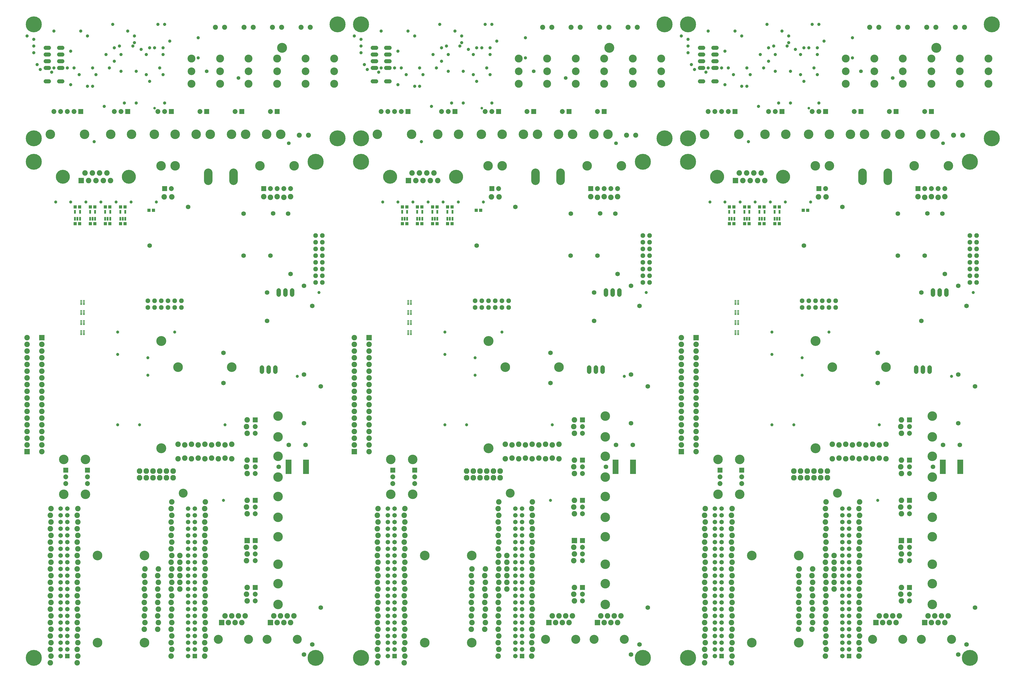
<source format=gbs>
G75*
G70*
%OFA0B0*%
%FSLAX25Y25*%
%IPPOS*%
%LPD*%
%AMOC8*
5,1,8,0,0,1.08239X$1,22.5*
%
%ADD117C,0.14400*%
%ADD12C,0.13300*%
%ADD120C,0.05950*%
%ADD123C,0.11750*%
%ADD124C,0.23800*%
%ADD125R,0.02770X0.01780*%
%ADD126C,0.14200*%
%ADD131R,0.06710X0.06710*%
%ADD132C,0.08200*%
%ADD138C,0.04760*%
%ADD14R,0.02970X0.05520*%
%ADD142C,0.13400*%
%ADD146C,0.04800*%
%ADD15C,0.05600*%
%ADD151C,0.03900*%
%ADD23R,0.05130X0.04740*%
%ADD31C,0.07300*%
%ADD34R,0.07300X0.07300*%
%ADD40OC8,0.06800*%
%ADD44C,0.04600*%
%ADD49R,0.04740X0.05130*%
%ADD58OC8,0.08200*%
%ADD64C,0.20800*%
%ADD72C,0.14800*%
%ADD73C,0.12610*%
%ADD75C,0.11430*%
%ADD81C,0.06800*%
%ADD82C,0.06710*%
%ADD83R,0.08200X0.08200*%
%ADD96C,0.07490*%
%ADD99R,0.08670X0.21670*%
X0030000Y0030000D02*
G75*
%LPD*%
D12*
X0267480Y0290510D03*
D131*
X0285000Y0047500D03*
X0095000Y0047500D03*
D82*
X0095000Y0057500D03*
X0095000Y0067500D03*
X0095000Y0077500D03*
X0095000Y0087500D03*
X0095000Y0097500D03*
X0095000Y0107500D03*
X0095000Y0117500D03*
X0095000Y0127500D03*
X0095000Y0137500D03*
X0095000Y0147500D03*
X0095000Y0157500D03*
X0095000Y0167500D03*
X0095000Y0177500D03*
X0095000Y0187500D03*
X0095000Y0197500D03*
X0095000Y0207500D03*
X0095000Y0217500D03*
X0095000Y0227500D03*
X0095000Y0237500D03*
X0095000Y0247500D03*
X0095000Y0257500D03*
X0095000Y0267500D03*
X0085000Y0267500D03*
X0085000Y0257500D03*
X0085000Y0247500D03*
X0085000Y0237500D03*
X0085000Y0227500D03*
X0085000Y0217500D03*
X0085000Y0207500D03*
X0085000Y0197500D03*
X0085000Y0187500D03*
X0085000Y0177500D03*
X0085000Y0167500D03*
X0085000Y0157500D03*
X0085000Y0147500D03*
X0085000Y0137500D03*
X0085000Y0127500D03*
X0085000Y0117500D03*
X0085000Y0107500D03*
X0085000Y0097500D03*
X0085000Y0087500D03*
X0085000Y0077500D03*
X0085000Y0067500D03*
X0085000Y0057500D03*
X0085000Y0047500D03*
X0275000Y0047500D03*
X0275000Y0057500D03*
X0275000Y0067500D03*
X0275000Y0077500D03*
X0275000Y0087500D03*
X0285000Y0087500D03*
X0285000Y0077500D03*
X0285000Y0067500D03*
X0285000Y0057500D03*
X0285000Y0097500D03*
X0285000Y0107500D03*
X0285000Y0117500D03*
X0285000Y0127500D03*
X0285000Y0137500D03*
X0285000Y0147500D03*
X0285000Y0157500D03*
X0285000Y0167500D03*
X0285000Y0177500D03*
X0285000Y0187500D03*
X0285000Y0197500D03*
X0285000Y0207500D03*
X0285000Y0217500D03*
X0285000Y0227500D03*
X0285000Y0237500D03*
X0285000Y0247500D03*
X0285000Y0257500D03*
X0285000Y0267500D03*
X0275000Y0267500D03*
X0275000Y0257500D03*
X0275000Y0247500D03*
X0275000Y0237500D03*
X0275000Y0227500D03*
X0275000Y0217500D03*
X0275000Y0207500D03*
X0275000Y0197500D03*
X0275000Y0187500D03*
X0275000Y0177500D03*
X0275000Y0167500D03*
X0275000Y0157500D03*
X0275000Y0147500D03*
X0275000Y0137500D03*
X0275000Y0127500D03*
X0275000Y0117500D03*
X0275000Y0107500D03*
X0275000Y0097500D03*
D132*
X0250500Y0097500D03*
X0249500Y0107500D03*
X0250500Y0117500D03*
X0249500Y0127500D03*
X0250500Y0137500D03*
X0249500Y0147500D03*
X0250500Y0157500D03*
X0249500Y0167500D03*
X0250500Y0177500D03*
X0249500Y0187500D03*
X0250500Y0197500D03*
X0249500Y0207500D03*
X0250500Y0217500D03*
X0249500Y0227500D03*
X0250500Y0237500D03*
X0249500Y0247500D03*
X0250500Y0257500D03*
X0249500Y0267500D03*
X0250500Y0277500D03*
X0260000Y0342000D03*
X0270000Y0343000D03*
X0280000Y0342000D03*
X0290000Y0343000D03*
X0300000Y0342000D03*
X0310000Y0343000D03*
X0320000Y0342000D03*
X0330000Y0343000D03*
X0340000Y0342000D03*
X0340000Y0363500D03*
X0330000Y0362500D03*
X0320000Y0363500D03*
X0310000Y0362500D03*
X0300000Y0363500D03*
X0290000Y0362500D03*
X0280000Y0363500D03*
X0270000Y0362500D03*
X0260000Y0363500D03*
X0300500Y0277500D03*
X0299500Y0267500D03*
X0300500Y0257500D03*
X0299500Y0247500D03*
X0300500Y0237500D03*
X0299500Y0227500D03*
X0300500Y0217500D03*
X0299500Y0207500D03*
X0300500Y0197500D03*
X0299500Y0187500D03*
X0300500Y0177500D03*
X0299500Y0167500D03*
X0300500Y0157500D03*
X0299500Y0147500D03*
X0300500Y0137500D03*
X0299500Y0127500D03*
X0300500Y0117500D03*
X0299500Y0107500D03*
X0300500Y0097500D03*
X0299500Y0087500D03*
X0300500Y0077500D03*
X0299500Y0067500D03*
X0300500Y0057500D03*
X0299500Y0047500D03*
X0335000Y0097500D03*
X0340000Y0107500D03*
X0345000Y0097500D03*
X0350000Y0107500D03*
X0355000Y0097500D03*
X0360000Y0107500D03*
X0363000Y0130000D03*
X0362000Y0140000D03*
X0363000Y0150000D03*
X0362000Y0190000D03*
X0363000Y0200000D03*
X0362000Y0210000D03*
X0363000Y0260000D03*
X0362000Y0270000D03*
X0363000Y0280000D03*
X0363000Y0320000D03*
X0362000Y0330000D03*
X0363000Y0340000D03*
X0363000Y0380000D03*
X0362000Y0390000D03*
X0363000Y0400000D03*
X0262500Y0197500D03*
X0262500Y0187500D03*
X0262500Y0177500D03*
X0262500Y0167500D03*
X0262500Y0157500D03*
X0262500Y0147500D03*
X0230500Y0137500D03*
X0229500Y0127500D03*
X0230500Y0117500D03*
X0229500Y0107500D03*
X0230500Y0097500D03*
X0229500Y0087500D03*
X0210500Y0097500D03*
X0209500Y0107500D03*
X0210500Y0117500D03*
X0209500Y0127500D03*
X0210500Y0137500D03*
X0209500Y0147500D03*
X0210500Y0157500D03*
X0209500Y0167500D03*
X0210500Y0177500D03*
X0229500Y0167500D03*
X0230500Y0157500D03*
X0229500Y0147500D03*
X0230500Y0177500D03*
X0249500Y0087500D03*
X0250500Y0077500D03*
X0249500Y0067500D03*
X0250500Y0057500D03*
X0249500Y0047500D03*
X0209500Y0087500D03*
X0110500Y0087500D03*
X0109500Y0077500D03*
X0110500Y0067500D03*
X0109500Y0057500D03*
X0110500Y0047500D03*
X0109500Y0037500D03*
X0109500Y0097500D03*
X0110500Y0107500D03*
X0109500Y0117500D03*
X0110500Y0127500D03*
X0109500Y0137500D03*
X0110500Y0147500D03*
X0109500Y0157500D03*
X0110500Y0167500D03*
X0109500Y0177500D03*
X0110500Y0187500D03*
X0109500Y0197500D03*
X0110500Y0207500D03*
X0109500Y0217500D03*
X0110500Y0227500D03*
X0109500Y0237500D03*
X0110500Y0247500D03*
X0109500Y0257500D03*
X0110500Y0267500D03*
X0070500Y0267500D03*
X0069500Y0257500D03*
X0070500Y0247500D03*
X0069500Y0237500D03*
X0070500Y0227500D03*
X0069500Y0217500D03*
X0070500Y0207500D03*
X0069500Y0197500D03*
X0070500Y0187500D03*
X0069500Y0177500D03*
X0070500Y0167500D03*
X0069500Y0157500D03*
X0070500Y0147500D03*
X0069500Y0137500D03*
X0070500Y0127500D03*
X0069500Y0117500D03*
X0070500Y0107500D03*
X0069500Y0097500D03*
X0070500Y0087500D03*
X0069500Y0077500D03*
X0070500Y0067500D03*
X0069500Y0057500D03*
X0070500Y0047500D03*
X0069500Y0037500D03*
X0057000Y0352500D03*
X0057000Y0362500D03*
X0057000Y0372500D03*
X0057000Y0382500D03*
X0057000Y0392500D03*
X0057000Y0402500D03*
X0057000Y0412500D03*
X0057000Y0422500D03*
X0057000Y0432500D03*
X0057000Y0442500D03*
X0057000Y0452500D03*
X0057000Y0462500D03*
X0057000Y0472500D03*
X0057000Y0482500D03*
X0057000Y0492500D03*
X0057000Y0502500D03*
X0057000Y0512500D03*
X0035000Y0512500D03*
X0035000Y0502500D03*
X0035000Y0492500D03*
X0035000Y0482500D03*
X0035000Y0472500D03*
X0035000Y0462500D03*
X0035000Y0452500D03*
X0035000Y0442500D03*
X0035000Y0432500D03*
X0035000Y0422500D03*
X0035000Y0412500D03*
X0035000Y0402500D03*
X0035000Y0392500D03*
X0035000Y0382500D03*
X0035000Y0372500D03*
X0035000Y0362500D03*
X0035000Y0522500D03*
X0126590Y0756910D03*
X0137500Y0756910D03*
X0148400Y0756910D03*
X0153840Y0768090D03*
X0142930Y0768090D03*
X0132060Y0768090D03*
X0121160Y0768090D03*
X0159310Y0756910D03*
X0239300Y0732500D03*
X0250700Y0732500D03*
X0387500Y0733000D03*
X0397500Y0732000D03*
X0407500Y0733000D03*
X0417500Y0732000D03*
X0427500Y0733000D03*
X0432500Y0107500D03*
X0427500Y0097500D03*
X0422500Y0107500D03*
X0417500Y0097500D03*
X0412500Y0107500D03*
X0407500Y0097500D03*
X0402500Y0107500D03*
X0330000Y0107500D03*
D117*
X0210000Y0067500D03*
X0140000Y0067500D03*
X0140000Y0197500D03*
X0210000Y0197500D03*
X0260000Y0478600D03*
X0340000Y0478600D03*
D124*
X0045000Y0045000D03*
X0465000Y0045000D03*
X0465000Y0785000D03*
X0045000Y0785000D03*
D83*
X0115690Y0756910D03*
X0057000Y0522500D03*
X0035000Y0352500D03*
X0325000Y0097500D03*
X0363000Y0220000D03*
X0397500Y0097500D03*
D64*
X0186710Y0762500D03*
X0088280Y0762500D03*
D49*
X0106650Y0692500D03*
X0113340Y0692500D03*
X0129150Y0692500D03*
X0135840Y0692500D03*
X0151650Y0692500D03*
X0158340Y0692500D03*
X0174150Y0692500D03*
X0180840Y0692500D03*
D14*
X0181240Y0699880D03*
X0177500Y0699880D03*
X0173760Y0699880D03*
X0173760Y0710120D03*
X0181240Y0710120D03*
X0158740Y0710120D03*
X0151260Y0710120D03*
X0151260Y0699880D03*
X0155000Y0699880D03*
X0158740Y0699880D03*
X0136240Y0699880D03*
X0132500Y0699880D03*
X0128760Y0699880D03*
X0128760Y0710120D03*
X0136240Y0710120D03*
X0113740Y0710120D03*
X0113740Y0699880D03*
X0110000Y0699880D03*
X0106260Y0699880D03*
X0106260Y0710120D03*
D34*
X0240000Y0745000D03*
X0387500Y0745000D03*
X0375000Y0400000D03*
X0375000Y0340000D03*
X0375000Y0280000D03*
X0375000Y0220000D03*
X0375000Y0150000D03*
X0125000Y0325000D03*
X0092500Y0325000D03*
D31*
X0092500Y0315000D03*
X0092500Y0305000D03*
X0125000Y0305000D03*
X0125000Y0315000D03*
X0375000Y0320000D03*
X0375000Y0330000D03*
X0375000Y0380000D03*
X0375000Y0390000D03*
X0375000Y0270000D03*
X0375000Y0260000D03*
X0375000Y0210000D03*
X0375000Y0200000D03*
X0375000Y0190000D03*
X0375000Y0140000D03*
X0375000Y0130000D03*
X0397500Y0745000D03*
X0407500Y0745000D03*
X0417500Y0745000D03*
X0427500Y0745000D03*
X0250000Y0745000D03*
D126*
X0255500Y0779000D03*
X0234500Y0779000D03*
X0382000Y0779000D03*
X0433000Y0779000D03*
X0409000Y0405500D03*
X0409000Y0374500D03*
X0409000Y0345500D03*
X0409000Y0314500D03*
X0409000Y0285500D03*
X0409000Y0254500D03*
X0409000Y0225500D03*
X0409000Y0184500D03*
X0409000Y0155500D03*
X0409000Y0124500D03*
X0122000Y0289000D03*
X0089500Y0289000D03*
X0089500Y0341000D03*
X0122000Y0341000D03*
D40*
X0215000Y0567500D03*
X0225000Y0567500D03*
X0235000Y0567500D03*
X0245000Y0567500D03*
X0255000Y0567500D03*
X0265000Y0567500D03*
X0265000Y0577500D03*
X0255000Y0577500D03*
X0245000Y0577500D03*
X0235000Y0577500D03*
X0225000Y0577500D03*
X0215000Y0577500D03*
X0465000Y0605000D03*
X0465000Y0615000D03*
X0465000Y0625000D03*
X0465000Y0635000D03*
X0465000Y0645000D03*
X0475000Y0645000D03*
X0475000Y0635000D03*
X0475000Y0625000D03*
X0475000Y0615000D03*
X0475000Y0605000D03*
X0475000Y0655000D03*
X0475000Y0665000D03*
X0475000Y0675000D03*
X0465000Y0675000D03*
X0465000Y0665000D03*
X0465000Y0655000D03*
D73*
X0342500Y0756590D02*
X0342500Y0768410D01*
X0305000Y0768410D02*
X0305000Y0756590D01*
D72*
X0235000Y0517500D03*
X0235000Y0357500D03*
D23*
X0223340Y0712500D03*
X0216650Y0712500D03*
X0180840Y0717500D03*
X0174150Y0717500D03*
X0158340Y0717500D03*
X0151650Y0717500D03*
X0135840Y0717500D03*
X0129150Y0717500D03*
X0113340Y0717500D03*
X0106650Y0717500D03*
D142*
X0320000Y0072500D03*
X0365000Y0072500D03*
X0392500Y0072500D03*
X0437500Y0072500D03*
D58*
X0252500Y0313500D03*
X0252500Y0323500D03*
X0242500Y0323500D03*
X0242500Y0313500D03*
X0232500Y0313500D03*
X0232500Y0323500D03*
X0222500Y0323500D03*
X0222500Y0313500D03*
X0212500Y0313500D03*
X0212500Y0323500D03*
X0202500Y0323500D03*
X0202500Y0313500D03*
D125*
X0119470Y0527050D03*
X0119470Y0529020D03*
X0119470Y0530980D03*
X0119470Y0532950D03*
X0115530Y0532950D03*
X0115530Y0530980D03*
X0115530Y0529020D03*
X0115530Y0527050D03*
X0115530Y0542050D03*
X0115530Y0544020D03*
X0115530Y0545980D03*
X0115530Y0547950D03*
X0119470Y0547950D03*
X0119470Y0545980D03*
X0119470Y0544020D03*
X0119470Y0542050D03*
X0119470Y0557050D03*
X0119470Y0559020D03*
X0119470Y0560980D03*
X0119470Y0562950D03*
X0115530Y0562950D03*
X0115530Y0560980D03*
X0115530Y0559020D03*
X0115530Y0557050D03*
X0115530Y0572050D03*
X0115530Y0574020D03*
X0115530Y0575980D03*
X0115530Y0577950D03*
X0119470Y0577950D03*
X0119470Y0575980D03*
X0119470Y0574020D03*
X0119470Y0572050D03*
D81*
X0385000Y0478000D02*
X0385000Y0472000D01*
X0395000Y0472000D02*
X0395000Y0478000D01*
X0405000Y0478000D02*
X0405000Y0472000D01*
X0410000Y0587000D02*
X0410000Y0593000D01*
X0420000Y0593000D02*
X0420000Y0587000D01*
X0430000Y0587000D02*
X0430000Y0593000D01*
D99*
X0424500Y0330000D03*
X0450490Y0330000D03*
D81*
X0450000Y0362500D03*
X0447500Y0395000D03*
X0425000Y0362500D03*
X0410000Y0330000D03*
X0472500Y0450000D03*
X0447500Y0467500D03*
X0392500Y0547500D03*
X0392500Y0590000D03*
X0397500Y0645000D03*
X0427500Y0617500D03*
X0447500Y0600000D03*
X0460000Y0570000D03*
X0424000Y0707500D03*
X0401500Y0707720D03*
X0357710Y0707500D03*
X0357500Y0645000D03*
X0327500Y0500000D03*
X0327500Y0455000D03*
X0217500Y0660000D03*
X0275000Y0717500D03*
X0472500Y0120000D03*
X0460000Y0065000D03*
X0447500Y0050000D03*
D44*
X0327500Y0280000D03*
X0330000Y0392500D03*
X0255000Y0531000D03*
X0215000Y0492500D03*
X0215000Y0466650D03*
X0170000Y0497500D03*
X0170000Y0531000D03*
X0170000Y0392500D03*
X0202500Y0392500D03*
X0190000Y0725000D03*
X0167500Y0725000D03*
X0145000Y0725000D03*
X0122500Y0725000D03*
X0100000Y0725000D03*
X0077500Y0725000D03*
X0227500Y0725000D03*
X0437500Y0465000D03*
X0470000Y0590000D03*
X0030000Y0805000D02*
G75*
%LPD*%
D34*
X0115000Y0860000D03*
X0185000Y0860000D03*
X0250000Y0860000D03*
X0302500Y0860000D03*
X0355000Y0860000D03*
X0407500Y0860000D03*
D31*
X0397500Y0860000D03*
X0345000Y0860000D03*
X0292500Y0860000D03*
X0240000Y0860000D03*
X0230000Y0860000D03*
X0175000Y0860000D03*
X0165000Y0860000D03*
X0105000Y0860000D03*
X0095000Y0860000D03*
X0085000Y0860000D03*
X0075000Y0860000D03*
D126*
X0069500Y0826000D03*
X0120500Y0826000D03*
X0159500Y0826000D03*
X0190500Y0826000D03*
X0224500Y0826000D03*
X0255500Y0826000D03*
X0287000Y0826000D03*
X0308000Y0826000D03*
X0339500Y0826000D03*
X0360500Y0826000D03*
X0392000Y0826000D03*
X0413000Y0826000D03*
D120*
X0087570Y0905000D02*
X0082430Y0905000D01*
X0067570Y0905000D02*
X0062430Y0905000D01*
X0062430Y0925000D02*
X0067570Y0925000D01*
X0082430Y0925000D02*
X0087570Y0925000D01*
X0087570Y0935000D02*
X0082430Y0935000D01*
X0067570Y0935000D02*
X0062430Y0935000D01*
X0062430Y0945000D02*
X0067570Y0945000D01*
X0082430Y0945000D02*
X0087570Y0945000D01*
X0087570Y0955000D02*
X0082430Y0955000D01*
X0067570Y0955000D02*
X0062430Y0955000D01*
D96*
X0315610Y0985390D03*
X0329390Y0985390D03*
X0358110Y0985390D03*
X0371890Y0985390D03*
X0400610Y0985390D03*
X0414390Y0985390D03*
X0443110Y0985390D03*
X0456890Y0985390D03*
X0454390Y0824610D03*
X0440610Y0824610D03*
D124*
X0045000Y0820000D03*
X0045000Y0990000D03*
X0497500Y0990000D03*
X0497500Y0820000D03*
D75*
X0492500Y0920000D03*
X0450000Y0920000D03*
X0407500Y0920000D03*
X0365000Y0920000D03*
X0322500Y0920000D03*
X0280000Y0920000D03*
D123*
X0280000Y0901100D03*
X0322500Y0901100D03*
X0365000Y0901100D03*
X0407500Y0901100D03*
X0450000Y0901100D03*
X0492500Y0901100D03*
X0492500Y0938900D03*
X0450000Y0938900D03*
X0407500Y0938900D03*
X0365000Y0938900D03*
X0322500Y0938900D03*
X0280000Y0938900D03*
D138*
X0237500Y0945000D03*
X0237500Y0955000D03*
X0225000Y0955000D03*
X0217500Y0955000D03*
X0205000Y0952500D03*
X0192500Y0957500D03*
X0195000Y0962500D03*
X0195000Y0972500D03*
X0185000Y0980000D03*
X0162500Y0990000D03*
X0125000Y0972500D03*
X0115000Y0980000D03*
X0075000Y0980000D03*
X0045000Y0967500D03*
X0035000Y0972500D03*
X0045000Y0957500D03*
X0045000Y0947500D03*
X0050000Y0930000D03*
X0054500Y0922500D03*
X0071500Y0918500D03*
X0075000Y0925000D03*
X0095000Y0925000D03*
X0105000Y0925000D03*
X0112500Y0915000D03*
X0132500Y0925000D03*
X0137500Y0915000D03*
X0157500Y0925000D03*
X0175000Y0920000D03*
X0197500Y0920000D03*
X0212500Y0915000D03*
X0217500Y0905000D03*
X0237500Y0915000D03*
X0232500Y0925000D03*
X0212500Y0945000D03*
X0175000Y0945000D03*
X0152500Y0945000D03*
X0165000Y0935000D03*
X0165000Y0955000D03*
X0172500Y0957500D03*
X0100000Y0950000D03*
X0100000Y0900000D03*
X0125000Y0897500D03*
X0132500Y0897500D03*
X0180000Y0872500D03*
X0197500Y0872500D03*
X0240000Y0872500D03*
X0150000Y0867500D03*
X0135000Y0815000D03*
X0247500Y0965000D03*
X0240000Y0990000D03*
X0230000Y0990000D03*
D146*
X0290000Y0970000D03*
X0290000Y0940000D03*
D72*
X0415000Y0955000D03*
D15*
X0350000Y0910000D03*
X0302500Y0920000D03*
X0425000Y0812500D03*
D151*
X0225000Y0865000D03*
X0517500Y0030000D02*
G75*
%LPD*%
D12*
X0754980Y0290510D03*
D131*
X0772500Y0047500D03*
X0582500Y0047500D03*
D82*
X0582500Y0057500D03*
X0582500Y0067500D03*
X0582500Y0077500D03*
X0582500Y0087500D03*
X0582500Y0097500D03*
X0582500Y0107500D03*
X0582500Y0117500D03*
X0582500Y0127500D03*
X0582500Y0137500D03*
X0582500Y0147500D03*
X0582500Y0157500D03*
X0582500Y0167500D03*
X0582500Y0177500D03*
X0582500Y0187500D03*
X0582500Y0197500D03*
X0582500Y0207500D03*
X0582500Y0217500D03*
X0582500Y0227500D03*
X0582500Y0237500D03*
X0582500Y0247500D03*
X0582500Y0257500D03*
X0582500Y0267500D03*
X0572500Y0267500D03*
X0572500Y0257500D03*
X0572500Y0247500D03*
X0572500Y0237500D03*
X0572500Y0227500D03*
X0572500Y0217500D03*
X0572500Y0207500D03*
X0572500Y0197500D03*
X0572500Y0187500D03*
X0572500Y0177500D03*
X0572500Y0167500D03*
X0572500Y0157500D03*
X0572500Y0147500D03*
X0572500Y0137500D03*
X0572500Y0127500D03*
X0572500Y0117500D03*
X0572500Y0107500D03*
X0572500Y0097500D03*
X0572500Y0087500D03*
X0572500Y0077500D03*
X0572500Y0067500D03*
X0572500Y0057500D03*
X0572500Y0047500D03*
X0762500Y0047500D03*
X0762500Y0057500D03*
X0762500Y0067500D03*
X0762500Y0077500D03*
X0762500Y0087500D03*
X0772500Y0087500D03*
X0772500Y0077500D03*
X0772500Y0067500D03*
X0772500Y0057500D03*
X0772500Y0097500D03*
X0772500Y0107500D03*
X0772500Y0117500D03*
X0772500Y0127500D03*
X0772500Y0137500D03*
X0772500Y0147500D03*
X0772500Y0157500D03*
X0772500Y0167500D03*
X0772500Y0177500D03*
X0772500Y0187500D03*
X0772500Y0197500D03*
X0772500Y0207500D03*
X0772500Y0217500D03*
X0772500Y0227500D03*
X0772500Y0237500D03*
X0772500Y0247500D03*
X0772500Y0257500D03*
X0772500Y0267500D03*
X0762500Y0267500D03*
X0762500Y0257500D03*
X0762500Y0247500D03*
X0762500Y0237500D03*
X0762500Y0227500D03*
X0762500Y0217500D03*
X0762500Y0207500D03*
X0762500Y0197500D03*
X0762500Y0187500D03*
X0762500Y0177500D03*
X0762500Y0167500D03*
X0762500Y0157500D03*
X0762500Y0147500D03*
X0762500Y0137500D03*
X0762500Y0127500D03*
X0762500Y0117500D03*
X0762500Y0107500D03*
X0762500Y0097500D03*
D132*
X0738000Y0097500D03*
X0737000Y0107500D03*
X0738000Y0117500D03*
X0737000Y0127500D03*
X0738000Y0137500D03*
X0737000Y0147500D03*
X0738000Y0157500D03*
X0737000Y0167500D03*
X0738000Y0177500D03*
X0737000Y0187500D03*
X0738000Y0197500D03*
X0737000Y0207500D03*
X0738000Y0217500D03*
X0737000Y0227500D03*
X0738000Y0237500D03*
X0737000Y0247500D03*
X0738000Y0257500D03*
X0737000Y0267500D03*
X0738000Y0277500D03*
X0747500Y0342000D03*
X0757500Y0343000D03*
X0767500Y0342000D03*
X0777500Y0343000D03*
X0787500Y0342000D03*
X0797500Y0343000D03*
X0807500Y0342000D03*
X0817500Y0343000D03*
X0827500Y0342000D03*
X0827500Y0363500D03*
X0817500Y0362500D03*
X0807500Y0363500D03*
X0797500Y0362500D03*
X0787500Y0363500D03*
X0777500Y0362500D03*
X0767500Y0363500D03*
X0757500Y0362500D03*
X0747500Y0363500D03*
X0788000Y0277500D03*
X0787000Y0267500D03*
X0788000Y0257500D03*
X0787000Y0247500D03*
X0788000Y0237500D03*
X0787000Y0227500D03*
X0788000Y0217500D03*
X0787000Y0207500D03*
X0788000Y0197500D03*
X0787000Y0187500D03*
X0788000Y0177500D03*
X0787000Y0167500D03*
X0788000Y0157500D03*
X0787000Y0147500D03*
X0788000Y0137500D03*
X0787000Y0127500D03*
X0788000Y0117500D03*
X0787000Y0107500D03*
X0788000Y0097500D03*
X0787000Y0087500D03*
X0788000Y0077500D03*
X0787000Y0067500D03*
X0788000Y0057500D03*
X0787000Y0047500D03*
X0822500Y0097500D03*
X0827500Y0107500D03*
X0832500Y0097500D03*
X0837500Y0107500D03*
X0842500Y0097500D03*
X0847500Y0107500D03*
X0850500Y0130000D03*
X0849500Y0140000D03*
X0850500Y0150000D03*
X0849500Y0190000D03*
X0850500Y0200000D03*
X0849500Y0210000D03*
X0850500Y0260000D03*
X0849500Y0270000D03*
X0850500Y0280000D03*
X0850500Y0320000D03*
X0849500Y0330000D03*
X0850500Y0340000D03*
X0850500Y0380000D03*
X0849500Y0390000D03*
X0850500Y0400000D03*
X0750000Y0197500D03*
X0750000Y0187500D03*
X0750000Y0177500D03*
X0750000Y0167500D03*
X0750000Y0157500D03*
X0750000Y0147500D03*
X0718000Y0137500D03*
X0717000Y0127500D03*
X0718000Y0117500D03*
X0717000Y0107500D03*
X0718000Y0097500D03*
X0717000Y0087500D03*
X0698000Y0097500D03*
X0697000Y0107500D03*
X0698000Y0117500D03*
X0697000Y0127500D03*
X0698000Y0137500D03*
X0697000Y0147500D03*
X0698000Y0157500D03*
X0697000Y0167500D03*
X0698000Y0177500D03*
X0717000Y0167500D03*
X0718000Y0157500D03*
X0717000Y0147500D03*
X0718000Y0177500D03*
X0737000Y0087500D03*
X0738000Y0077500D03*
X0737000Y0067500D03*
X0738000Y0057500D03*
X0737000Y0047500D03*
X0697000Y0087500D03*
X0598000Y0087500D03*
X0597000Y0077500D03*
X0598000Y0067500D03*
X0597000Y0057500D03*
X0598000Y0047500D03*
X0597000Y0037500D03*
X0597000Y0097500D03*
X0598000Y0107500D03*
X0597000Y0117500D03*
X0598000Y0127500D03*
X0597000Y0137500D03*
X0598000Y0147500D03*
X0597000Y0157500D03*
X0598000Y0167500D03*
X0597000Y0177500D03*
X0598000Y0187500D03*
X0597000Y0197500D03*
X0598000Y0207500D03*
X0597000Y0217500D03*
X0598000Y0227500D03*
X0597000Y0237500D03*
X0598000Y0247500D03*
X0597000Y0257500D03*
X0598000Y0267500D03*
X0558000Y0267500D03*
X0557000Y0257500D03*
X0558000Y0247500D03*
X0557000Y0237500D03*
X0558000Y0227500D03*
X0557000Y0217500D03*
X0558000Y0207500D03*
X0557000Y0197500D03*
X0558000Y0187500D03*
X0557000Y0177500D03*
X0558000Y0167500D03*
X0557000Y0157500D03*
X0558000Y0147500D03*
X0557000Y0137500D03*
X0558000Y0127500D03*
X0557000Y0117500D03*
X0558000Y0107500D03*
X0557000Y0097500D03*
X0558000Y0087500D03*
X0557000Y0077500D03*
X0558000Y0067500D03*
X0557000Y0057500D03*
X0558000Y0047500D03*
X0557000Y0037500D03*
X0544500Y0352500D03*
X0544500Y0362500D03*
X0544500Y0372500D03*
X0544500Y0382500D03*
X0544500Y0392500D03*
X0544500Y0402500D03*
X0544500Y0412500D03*
X0544500Y0422500D03*
X0544500Y0432500D03*
X0544500Y0442500D03*
X0544500Y0452500D03*
X0544500Y0462500D03*
X0544500Y0472500D03*
X0544500Y0482500D03*
X0544500Y0492500D03*
X0544500Y0502500D03*
X0544500Y0512500D03*
X0522500Y0512500D03*
X0522500Y0502500D03*
X0522500Y0492500D03*
X0522500Y0482500D03*
X0522500Y0472500D03*
X0522500Y0462500D03*
X0522500Y0452500D03*
X0522500Y0442500D03*
X0522500Y0432500D03*
X0522500Y0422500D03*
X0522500Y0412500D03*
X0522500Y0402500D03*
X0522500Y0392500D03*
X0522500Y0382500D03*
X0522500Y0372500D03*
X0522500Y0362500D03*
X0522500Y0522500D03*
X0614090Y0756910D03*
X0625000Y0756910D03*
X0635900Y0756910D03*
X0641340Y0768090D03*
X0630430Y0768090D03*
X0619560Y0768090D03*
X0608660Y0768090D03*
X0646810Y0756910D03*
X0726800Y0732500D03*
X0738200Y0732500D03*
X0875000Y0733000D03*
X0885000Y0732000D03*
X0895000Y0733000D03*
X0905000Y0732000D03*
X0915000Y0733000D03*
X0920000Y0107500D03*
X0915000Y0097500D03*
X0910000Y0107500D03*
X0905000Y0097500D03*
X0900000Y0107500D03*
X0895000Y0097500D03*
X0890000Y0107500D03*
X0817500Y0107500D03*
D117*
X0697500Y0067500D03*
X0627500Y0067500D03*
X0627500Y0197500D03*
X0697500Y0197500D03*
X0747500Y0478600D03*
X0827500Y0478600D03*
D124*
X0532500Y0045000D03*
X0952500Y0045000D03*
X0952500Y0785000D03*
X0532500Y0785000D03*
D83*
X0603190Y0756910D03*
X0544500Y0522500D03*
X0522500Y0352500D03*
X0812500Y0097500D03*
X0850500Y0220000D03*
X0885000Y0097500D03*
D64*
X0674210Y0762500D03*
X0575780Y0762500D03*
D49*
X0594150Y0692500D03*
X0600840Y0692500D03*
X0616650Y0692500D03*
X0623340Y0692500D03*
X0639150Y0692500D03*
X0645840Y0692500D03*
X0661650Y0692500D03*
X0668340Y0692500D03*
D14*
X0668740Y0699880D03*
X0665000Y0699880D03*
X0661260Y0699880D03*
X0661260Y0710120D03*
X0668740Y0710120D03*
X0646240Y0710120D03*
X0638760Y0710120D03*
X0638760Y0699880D03*
X0642500Y0699880D03*
X0646240Y0699880D03*
X0623740Y0699880D03*
X0620000Y0699880D03*
X0616260Y0699880D03*
X0616260Y0710120D03*
X0623740Y0710120D03*
X0601240Y0710120D03*
X0601240Y0699880D03*
X0597500Y0699880D03*
X0593760Y0699880D03*
X0593760Y0710120D03*
D34*
X0727500Y0745000D03*
X0875000Y0745000D03*
X0862500Y0400000D03*
X0862500Y0340000D03*
X0862500Y0280000D03*
X0862500Y0220000D03*
X0862500Y0150000D03*
X0612500Y0325000D03*
X0580000Y0325000D03*
D31*
X0580000Y0315000D03*
X0580000Y0305000D03*
X0612500Y0305000D03*
X0612500Y0315000D03*
X0862500Y0320000D03*
X0862500Y0330000D03*
X0862500Y0380000D03*
X0862500Y0390000D03*
X0862500Y0270000D03*
X0862500Y0260000D03*
X0862500Y0210000D03*
X0862500Y0200000D03*
X0862500Y0190000D03*
X0862500Y0140000D03*
X0862500Y0130000D03*
X0885000Y0745000D03*
X0895000Y0745000D03*
X0905000Y0745000D03*
X0915000Y0745000D03*
X0737500Y0745000D03*
D126*
X0743000Y0779000D03*
X0722000Y0779000D03*
X0869500Y0779000D03*
X0920500Y0779000D03*
X0896500Y0405500D03*
X0896500Y0374500D03*
X0896500Y0345500D03*
X0896500Y0314500D03*
X0896500Y0285500D03*
X0896500Y0254500D03*
X0896500Y0225500D03*
X0896500Y0184500D03*
X0896500Y0155500D03*
X0896500Y0124500D03*
X0609500Y0289000D03*
X0577000Y0289000D03*
X0577000Y0341000D03*
X0609500Y0341000D03*
D40*
X0702500Y0567500D03*
X0712500Y0567500D03*
X0722500Y0567500D03*
X0732500Y0567500D03*
X0742500Y0567500D03*
X0752500Y0567500D03*
X0752500Y0577500D03*
X0742500Y0577500D03*
X0732500Y0577500D03*
X0722500Y0577500D03*
X0712500Y0577500D03*
X0702500Y0577500D03*
X0952500Y0605000D03*
X0952500Y0615000D03*
X0952500Y0625000D03*
X0952500Y0635000D03*
X0952500Y0645000D03*
X0962500Y0645000D03*
X0962500Y0635000D03*
X0962500Y0625000D03*
X0962500Y0615000D03*
X0962500Y0605000D03*
X0962500Y0655000D03*
X0962500Y0665000D03*
X0962500Y0675000D03*
X0952500Y0675000D03*
X0952500Y0665000D03*
X0952500Y0655000D03*
D73*
X0830000Y0756590D02*
X0830000Y0768410D01*
X0792500Y0768410D02*
X0792500Y0756590D01*
D72*
X0722500Y0517500D03*
X0722500Y0357500D03*
D23*
X0710840Y0712500D03*
X0704150Y0712500D03*
X0668340Y0717500D03*
X0661650Y0717500D03*
X0645840Y0717500D03*
X0639150Y0717500D03*
X0623340Y0717500D03*
X0616650Y0717500D03*
X0600840Y0717500D03*
X0594150Y0717500D03*
D142*
X0807500Y0072500D03*
X0852500Y0072500D03*
X0880000Y0072500D03*
X0925000Y0072500D03*
D58*
X0740000Y0313500D03*
X0740000Y0323500D03*
X0730000Y0323500D03*
X0730000Y0313500D03*
X0720000Y0313500D03*
X0720000Y0323500D03*
X0710000Y0323500D03*
X0710000Y0313500D03*
X0700000Y0313500D03*
X0700000Y0323500D03*
X0690000Y0323500D03*
X0690000Y0313500D03*
D125*
X0606970Y0527050D03*
X0606970Y0529020D03*
X0606970Y0530980D03*
X0606970Y0532950D03*
X0603030Y0532950D03*
X0603030Y0530980D03*
X0603030Y0529020D03*
X0603030Y0527050D03*
X0603030Y0542050D03*
X0603030Y0544020D03*
X0603030Y0545980D03*
X0603030Y0547950D03*
X0606970Y0547950D03*
X0606970Y0545980D03*
X0606970Y0544020D03*
X0606970Y0542050D03*
X0606970Y0557050D03*
X0606970Y0559020D03*
X0606970Y0560980D03*
X0606970Y0562950D03*
X0603030Y0562950D03*
X0603030Y0560980D03*
X0603030Y0559020D03*
X0603030Y0557050D03*
X0603030Y0572050D03*
X0603030Y0574020D03*
X0603030Y0575980D03*
X0603030Y0577950D03*
X0606970Y0577950D03*
X0606970Y0575980D03*
X0606970Y0574020D03*
X0606970Y0572050D03*
D81*
X0872500Y0478000D02*
X0872500Y0472000D01*
X0882500Y0472000D02*
X0882500Y0478000D01*
X0892500Y0478000D02*
X0892500Y0472000D01*
X0897500Y0587000D02*
X0897500Y0593000D01*
X0907500Y0593000D02*
X0907500Y0587000D01*
X0917500Y0587000D02*
X0917500Y0593000D01*
D99*
X0912000Y0330000D03*
X0937990Y0330000D03*
D81*
X0937500Y0362500D03*
X0935000Y0395000D03*
X0912500Y0362500D03*
X0897500Y0330000D03*
X0960000Y0450000D03*
X0935000Y0467500D03*
X0880000Y0547500D03*
X0880000Y0590000D03*
X0885000Y0645000D03*
X0915000Y0617500D03*
X0935000Y0600000D03*
X0947500Y0570000D03*
X0911500Y0707500D03*
X0889000Y0707720D03*
X0845210Y0707500D03*
X0845000Y0645000D03*
X0815000Y0500000D03*
X0815000Y0455000D03*
X0705000Y0660000D03*
X0762500Y0717500D03*
X0960000Y0120000D03*
X0947500Y0065000D03*
X0935000Y0050000D03*
D44*
X0815000Y0280000D03*
X0817500Y0392500D03*
X0742500Y0531000D03*
X0702500Y0492500D03*
X0702500Y0466650D03*
X0657500Y0497500D03*
X0657500Y0531000D03*
X0657500Y0392500D03*
X0690000Y0392500D03*
X0677500Y0725000D03*
X0655000Y0725000D03*
X0632500Y0725000D03*
X0610000Y0725000D03*
X0587500Y0725000D03*
X0565000Y0725000D03*
X0715000Y0725000D03*
X0925000Y0465000D03*
X0957500Y0590000D03*
X0517500Y0805000D02*
G75*
%LPD*%
D34*
X0602500Y0860000D03*
X0672500Y0860000D03*
X0737500Y0860000D03*
X0790000Y0860000D03*
X0842500Y0860000D03*
X0895000Y0860000D03*
D31*
X0885000Y0860000D03*
X0832500Y0860000D03*
X0780000Y0860000D03*
X0727500Y0860000D03*
X0717500Y0860000D03*
X0662500Y0860000D03*
X0652500Y0860000D03*
X0592500Y0860000D03*
X0582500Y0860000D03*
X0572500Y0860000D03*
X0562500Y0860000D03*
D126*
X0557000Y0826000D03*
X0608000Y0826000D03*
X0647000Y0826000D03*
X0678000Y0826000D03*
X0712000Y0826000D03*
X0743000Y0826000D03*
X0774500Y0826000D03*
X0795500Y0826000D03*
X0827000Y0826000D03*
X0848000Y0826000D03*
X0879500Y0826000D03*
X0900500Y0826000D03*
D120*
X0575070Y0905000D02*
X0569930Y0905000D01*
X0555070Y0905000D02*
X0549930Y0905000D01*
X0549930Y0925000D02*
X0555070Y0925000D01*
X0569930Y0925000D02*
X0575070Y0925000D01*
X0575070Y0935000D02*
X0569930Y0935000D01*
X0555070Y0935000D02*
X0549930Y0935000D01*
X0549930Y0945000D02*
X0555070Y0945000D01*
X0569930Y0945000D02*
X0575070Y0945000D01*
X0575070Y0955000D02*
X0569930Y0955000D01*
X0555070Y0955000D02*
X0549930Y0955000D01*
D96*
X0803110Y0985390D03*
X0816890Y0985390D03*
X0845610Y0985390D03*
X0859390Y0985390D03*
X0888110Y0985390D03*
X0901890Y0985390D03*
X0930610Y0985390D03*
X0944390Y0985390D03*
X0941890Y0824610D03*
X0928110Y0824610D03*
D124*
X0532500Y0820000D03*
X0532500Y0990000D03*
X0985000Y0990000D03*
X0985000Y0820000D03*
D75*
X0980000Y0920000D03*
X0937500Y0920000D03*
X0895000Y0920000D03*
X0852500Y0920000D03*
X0810000Y0920000D03*
X0767500Y0920000D03*
D123*
X0767500Y0901100D03*
X0810000Y0901100D03*
X0852500Y0901100D03*
X0895000Y0901100D03*
X0937500Y0901100D03*
X0980000Y0901100D03*
X0980000Y0938900D03*
X0937500Y0938900D03*
X0895000Y0938900D03*
X0852500Y0938900D03*
X0810000Y0938900D03*
X0767500Y0938900D03*
D138*
X0725000Y0945000D03*
X0725000Y0955000D03*
X0712500Y0955000D03*
X0705000Y0955000D03*
X0692500Y0952500D03*
X0680000Y0957500D03*
X0682500Y0962500D03*
X0682500Y0972500D03*
X0672500Y0980000D03*
X0650000Y0990000D03*
X0612500Y0972500D03*
X0602500Y0980000D03*
X0562500Y0980000D03*
X0532500Y0967500D03*
X0522500Y0972500D03*
X0532500Y0957500D03*
X0532500Y0947500D03*
X0537500Y0930000D03*
X0542000Y0922500D03*
X0559000Y0918500D03*
X0562500Y0925000D03*
X0582500Y0925000D03*
X0592500Y0925000D03*
X0600000Y0915000D03*
X0620000Y0925000D03*
X0625000Y0915000D03*
X0645000Y0925000D03*
X0662500Y0920000D03*
X0685000Y0920000D03*
X0700000Y0915000D03*
X0705000Y0905000D03*
X0725000Y0915000D03*
X0720000Y0925000D03*
X0700000Y0945000D03*
X0662500Y0945000D03*
X0640000Y0945000D03*
X0652500Y0935000D03*
X0652500Y0955000D03*
X0660000Y0957500D03*
X0587500Y0950000D03*
X0587500Y0900000D03*
X0612500Y0897500D03*
X0620000Y0897500D03*
X0667500Y0872500D03*
X0685000Y0872500D03*
X0727500Y0872500D03*
X0637500Y0867500D03*
X0622500Y0815000D03*
X0735000Y0965000D03*
X0727500Y0990000D03*
X0717500Y0990000D03*
D146*
X0777500Y0970000D03*
X0777500Y0940000D03*
D72*
X0902500Y0955000D03*
D15*
X0837500Y0910000D03*
X0790000Y0920000D03*
X0912500Y0812500D03*
D151*
X0712500Y0865000D03*
X1005000Y0030000D02*
G75*
%LPD*%
D12*
X1242480Y0290510D03*
D131*
X1260000Y0047500D03*
X1070000Y0047500D03*
D82*
X1070000Y0057500D03*
X1070000Y0067500D03*
X1070000Y0077500D03*
X1070000Y0087500D03*
X1070000Y0097500D03*
X1070000Y0107500D03*
X1070000Y0117500D03*
X1070000Y0127500D03*
X1070000Y0137500D03*
X1070000Y0147500D03*
X1070000Y0157500D03*
X1070000Y0167500D03*
X1070000Y0177500D03*
X1070000Y0187500D03*
X1070000Y0197500D03*
X1070000Y0207500D03*
X1070000Y0217500D03*
X1070000Y0227500D03*
X1070000Y0237500D03*
X1070000Y0247500D03*
X1070000Y0257500D03*
X1070000Y0267500D03*
X1060000Y0267500D03*
X1060000Y0257500D03*
X1060000Y0247500D03*
X1060000Y0237500D03*
X1060000Y0227500D03*
X1060000Y0217500D03*
X1060000Y0207500D03*
X1060000Y0197500D03*
X1060000Y0187500D03*
X1060000Y0177500D03*
X1060000Y0167500D03*
X1060000Y0157500D03*
X1060000Y0147500D03*
X1060000Y0137500D03*
X1060000Y0127500D03*
X1060000Y0117500D03*
X1060000Y0107500D03*
X1060000Y0097500D03*
X1060000Y0087500D03*
X1060000Y0077500D03*
X1060000Y0067500D03*
X1060000Y0057500D03*
X1060000Y0047500D03*
X1250000Y0047500D03*
X1250000Y0057500D03*
X1250000Y0067500D03*
X1250000Y0077500D03*
X1250000Y0087500D03*
X1260000Y0087500D03*
X1260000Y0077500D03*
X1260000Y0067500D03*
X1260000Y0057500D03*
X1260000Y0097500D03*
X1260000Y0107500D03*
X1260000Y0117500D03*
X1260000Y0127500D03*
X1260000Y0137500D03*
X1260000Y0147500D03*
X1260000Y0157500D03*
X1260000Y0167500D03*
X1260000Y0177500D03*
X1260000Y0187500D03*
X1260000Y0197500D03*
X1260000Y0207500D03*
X1260000Y0217500D03*
X1260000Y0227500D03*
X1260000Y0237500D03*
X1260000Y0247500D03*
X1260000Y0257500D03*
X1260000Y0267500D03*
X1250000Y0267500D03*
X1250000Y0257500D03*
X1250000Y0247500D03*
X1250000Y0237500D03*
X1250000Y0227500D03*
X1250000Y0217500D03*
X1250000Y0207500D03*
X1250000Y0197500D03*
X1250000Y0187500D03*
X1250000Y0177500D03*
X1250000Y0167500D03*
X1250000Y0157500D03*
X1250000Y0147500D03*
X1250000Y0137500D03*
X1250000Y0127500D03*
X1250000Y0117500D03*
X1250000Y0107500D03*
X1250000Y0097500D03*
D132*
X1225500Y0097500D03*
X1224500Y0107500D03*
X1225500Y0117500D03*
X1224500Y0127500D03*
X1225500Y0137500D03*
X1224500Y0147500D03*
X1225500Y0157500D03*
X1224500Y0167500D03*
X1225500Y0177500D03*
X1224500Y0187500D03*
X1225500Y0197500D03*
X1224500Y0207500D03*
X1225500Y0217500D03*
X1224500Y0227500D03*
X1225500Y0237500D03*
X1224500Y0247500D03*
X1225500Y0257500D03*
X1224500Y0267500D03*
X1225500Y0277500D03*
X1235000Y0342000D03*
X1245000Y0343000D03*
X1255000Y0342000D03*
X1265000Y0343000D03*
X1275000Y0342000D03*
X1285000Y0343000D03*
X1295000Y0342000D03*
X1305000Y0343000D03*
X1315000Y0342000D03*
X1315000Y0363500D03*
X1305000Y0362500D03*
X1295000Y0363500D03*
X1285000Y0362500D03*
X1275000Y0363500D03*
X1265000Y0362500D03*
X1255000Y0363500D03*
X1245000Y0362500D03*
X1235000Y0363500D03*
X1275500Y0277500D03*
X1274500Y0267500D03*
X1275500Y0257500D03*
X1274500Y0247500D03*
X1275500Y0237500D03*
X1274500Y0227500D03*
X1275500Y0217500D03*
X1274500Y0207500D03*
X1275500Y0197500D03*
X1274500Y0187500D03*
X1275500Y0177500D03*
X1274500Y0167500D03*
X1275500Y0157500D03*
X1274500Y0147500D03*
X1275500Y0137500D03*
X1274500Y0127500D03*
X1275500Y0117500D03*
X1274500Y0107500D03*
X1275500Y0097500D03*
X1274500Y0087500D03*
X1275500Y0077500D03*
X1274500Y0067500D03*
X1275500Y0057500D03*
X1274500Y0047500D03*
X1310000Y0097500D03*
X1315000Y0107500D03*
X1320000Y0097500D03*
X1325000Y0107500D03*
X1330000Y0097500D03*
X1335000Y0107500D03*
X1338000Y0130000D03*
X1337000Y0140000D03*
X1338000Y0150000D03*
X1337000Y0190000D03*
X1338000Y0200000D03*
X1337000Y0210000D03*
X1338000Y0260000D03*
X1337000Y0270000D03*
X1338000Y0280000D03*
X1338000Y0320000D03*
X1337000Y0330000D03*
X1338000Y0340000D03*
X1338000Y0380000D03*
X1337000Y0390000D03*
X1338000Y0400000D03*
X1237500Y0197500D03*
X1237500Y0187500D03*
X1237500Y0177500D03*
X1237500Y0167500D03*
X1237500Y0157500D03*
X1237500Y0147500D03*
X1205500Y0137500D03*
X1204500Y0127500D03*
X1205500Y0117500D03*
X1204500Y0107500D03*
X1205500Y0097500D03*
X1204500Y0087500D03*
X1185500Y0097500D03*
X1184500Y0107500D03*
X1185500Y0117500D03*
X1184500Y0127500D03*
X1185500Y0137500D03*
X1184500Y0147500D03*
X1185500Y0157500D03*
X1184500Y0167500D03*
X1185500Y0177500D03*
X1204500Y0167500D03*
X1205500Y0157500D03*
X1204500Y0147500D03*
X1205500Y0177500D03*
X1224500Y0087500D03*
X1225500Y0077500D03*
X1224500Y0067500D03*
X1225500Y0057500D03*
X1224500Y0047500D03*
X1184500Y0087500D03*
X1085500Y0087500D03*
X1084500Y0077500D03*
X1085500Y0067500D03*
X1084500Y0057500D03*
X1085500Y0047500D03*
X1084500Y0037500D03*
X1084500Y0097500D03*
X1085500Y0107500D03*
X1084500Y0117500D03*
X1085500Y0127500D03*
X1084500Y0137500D03*
X1085500Y0147500D03*
X1084500Y0157500D03*
X1085500Y0167500D03*
X1084500Y0177500D03*
X1085500Y0187500D03*
X1084500Y0197500D03*
X1085500Y0207500D03*
X1084500Y0217500D03*
X1085500Y0227500D03*
X1084500Y0237500D03*
X1085500Y0247500D03*
X1084500Y0257500D03*
X1085500Y0267500D03*
X1045500Y0267500D03*
X1044500Y0257500D03*
X1045500Y0247500D03*
X1044500Y0237500D03*
X1045500Y0227500D03*
X1044500Y0217500D03*
X1045500Y0207500D03*
X1044500Y0197500D03*
X1045500Y0187500D03*
X1044500Y0177500D03*
X1045500Y0167500D03*
X1044500Y0157500D03*
X1045500Y0147500D03*
X1044500Y0137500D03*
X1045500Y0127500D03*
X1044500Y0117500D03*
X1045500Y0107500D03*
X1044500Y0097500D03*
X1045500Y0087500D03*
X1044500Y0077500D03*
X1045500Y0067500D03*
X1044500Y0057500D03*
X1045500Y0047500D03*
X1044500Y0037500D03*
X1032000Y0352500D03*
X1032000Y0362500D03*
X1032000Y0372500D03*
X1032000Y0382500D03*
X1032000Y0392500D03*
X1032000Y0402500D03*
X1032000Y0412500D03*
X1032000Y0422500D03*
X1032000Y0432500D03*
X1032000Y0442500D03*
X1032000Y0452500D03*
X1032000Y0462500D03*
X1032000Y0472500D03*
X1032000Y0482500D03*
X1032000Y0492500D03*
X1032000Y0502500D03*
X1032000Y0512500D03*
X1010000Y0512500D03*
X1010000Y0502500D03*
X1010000Y0492500D03*
X1010000Y0482500D03*
X1010000Y0472500D03*
X1010000Y0462500D03*
X1010000Y0452500D03*
X1010000Y0442500D03*
X1010000Y0432500D03*
X1010000Y0422500D03*
X1010000Y0412500D03*
X1010000Y0402500D03*
X1010000Y0392500D03*
X1010000Y0382500D03*
X1010000Y0372500D03*
X1010000Y0362500D03*
X1010000Y0522500D03*
X1101590Y0756910D03*
X1112500Y0756910D03*
X1123400Y0756910D03*
X1128840Y0768090D03*
X1117930Y0768090D03*
X1107060Y0768090D03*
X1096160Y0768090D03*
X1134310Y0756910D03*
X1214300Y0732500D03*
X1225700Y0732500D03*
X1362500Y0733000D03*
X1372500Y0732000D03*
X1382500Y0733000D03*
X1392500Y0732000D03*
X1402500Y0733000D03*
X1407500Y0107500D03*
X1402500Y0097500D03*
X1397500Y0107500D03*
X1392500Y0097500D03*
X1387500Y0107500D03*
X1382500Y0097500D03*
X1377500Y0107500D03*
X1305000Y0107500D03*
D117*
X1185000Y0067500D03*
X1115000Y0067500D03*
X1115000Y0197500D03*
X1185000Y0197500D03*
X1235000Y0478600D03*
X1315000Y0478600D03*
D124*
X1020000Y0045000D03*
X1440000Y0045000D03*
X1440000Y0785000D03*
X1020000Y0785000D03*
D83*
X1090690Y0756910D03*
X1032000Y0522500D03*
X1010000Y0352500D03*
X1300000Y0097500D03*
X1338000Y0220000D03*
X1372500Y0097500D03*
D64*
X1161710Y0762500D03*
X1063280Y0762500D03*
D49*
X1081650Y0692500D03*
X1088340Y0692500D03*
X1104150Y0692500D03*
X1110840Y0692500D03*
X1126650Y0692500D03*
X1133340Y0692500D03*
X1149150Y0692500D03*
X1155840Y0692500D03*
D14*
X1156240Y0699880D03*
X1152500Y0699880D03*
X1148760Y0699880D03*
X1148760Y0710120D03*
X1156240Y0710120D03*
X1133740Y0710120D03*
X1126260Y0710120D03*
X1126260Y0699880D03*
X1130000Y0699880D03*
X1133740Y0699880D03*
X1111240Y0699880D03*
X1107500Y0699880D03*
X1103760Y0699880D03*
X1103760Y0710120D03*
X1111240Y0710120D03*
X1088740Y0710120D03*
X1088740Y0699880D03*
X1085000Y0699880D03*
X1081260Y0699880D03*
X1081260Y0710120D03*
D34*
X1215000Y0745000D03*
X1362500Y0745000D03*
X1350000Y0400000D03*
X1350000Y0340000D03*
X1350000Y0280000D03*
X1350000Y0220000D03*
X1350000Y0150000D03*
X1100000Y0325000D03*
X1067500Y0325000D03*
D31*
X1067500Y0315000D03*
X1067500Y0305000D03*
X1100000Y0305000D03*
X1100000Y0315000D03*
X1350000Y0320000D03*
X1350000Y0330000D03*
X1350000Y0380000D03*
X1350000Y0390000D03*
X1350000Y0270000D03*
X1350000Y0260000D03*
X1350000Y0210000D03*
X1350000Y0200000D03*
X1350000Y0190000D03*
X1350000Y0140000D03*
X1350000Y0130000D03*
X1372500Y0745000D03*
X1382500Y0745000D03*
X1392500Y0745000D03*
X1402500Y0745000D03*
X1225000Y0745000D03*
D126*
X1230500Y0779000D03*
X1209500Y0779000D03*
X1357000Y0779000D03*
X1408000Y0779000D03*
X1384000Y0405500D03*
X1384000Y0374500D03*
X1384000Y0345500D03*
X1384000Y0314500D03*
X1384000Y0285500D03*
X1384000Y0254500D03*
X1384000Y0225500D03*
X1384000Y0184500D03*
X1384000Y0155500D03*
X1384000Y0124500D03*
X1097000Y0289000D03*
X1064500Y0289000D03*
X1064500Y0341000D03*
X1097000Y0341000D03*
D40*
X1190000Y0567500D03*
X1200000Y0567500D03*
X1210000Y0567500D03*
X1220000Y0567500D03*
X1230000Y0567500D03*
X1240000Y0567500D03*
X1240000Y0577500D03*
X1230000Y0577500D03*
X1220000Y0577500D03*
X1210000Y0577500D03*
X1200000Y0577500D03*
X1190000Y0577500D03*
X1440000Y0605000D03*
X1440000Y0615000D03*
X1440000Y0625000D03*
X1440000Y0635000D03*
X1440000Y0645000D03*
X1450000Y0645000D03*
X1450000Y0635000D03*
X1450000Y0625000D03*
X1450000Y0615000D03*
X1450000Y0605000D03*
X1450000Y0655000D03*
X1450000Y0665000D03*
X1450000Y0675000D03*
X1440000Y0675000D03*
X1440000Y0665000D03*
X1440000Y0655000D03*
D73*
X1317500Y0756590D02*
X1317500Y0768410D01*
X1280000Y0768410D02*
X1280000Y0756590D01*
D72*
X1210000Y0517500D03*
X1210000Y0357500D03*
D23*
X1198340Y0712500D03*
X1191650Y0712500D03*
X1155840Y0717500D03*
X1149150Y0717500D03*
X1133340Y0717500D03*
X1126650Y0717500D03*
X1110840Y0717500D03*
X1104150Y0717500D03*
X1088340Y0717500D03*
X1081650Y0717500D03*
D142*
X1295000Y0072500D03*
X1340000Y0072500D03*
X1367500Y0072500D03*
X1412500Y0072500D03*
D58*
X1227500Y0313500D03*
X1227500Y0323500D03*
X1217500Y0323500D03*
X1217500Y0313500D03*
X1207500Y0313500D03*
X1207500Y0323500D03*
X1197500Y0323500D03*
X1197500Y0313500D03*
X1187500Y0313500D03*
X1187500Y0323500D03*
X1177500Y0323500D03*
X1177500Y0313500D03*
D125*
X1094470Y0527050D03*
X1094470Y0529020D03*
X1094470Y0530980D03*
X1094470Y0532950D03*
X1090530Y0532950D03*
X1090530Y0530980D03*
X1090530Y0529020D03*
X1090530Y0527050D03*
X1090530Y0542050D03*
X1090530Y0544020D03*
X1090530Y0545980D03*
X1090530Y0547950D03*
X1094470Y0547950D03*
X1094470Y0545980D03*
X1094470Y0544020D03*
X1094470Y0542050D03*
X1094470Y0557050D03*
X1094470Y0559020D03*
X1094470Y0560980D03*
X1094470Y0562950D03*
X1090530Y0562950D03*
X1090530Y0560980D03*
X1090530Y0559020D03*
X1090530Y0557050D03*
X1090530Y0572050D03*
X1090530Y0574020D03*
X1090530Y0575980D03*
X1090530Y0577950D03*
X1094470Y0577950D03*
X1094470Y0575980D03*
X1094470Y0574020D03*
X1094470Y0572050D03*
D81*
X1360000Y0478000D02*
X1360000Y0472000D01*
X1370000Y0472000D02*
X1370000Y0478000D01*
X1380000Y0478000D02*
X1380000Y0472000D01*
X1385000Y0587000D02*
X1385000Y0593000D01*
X1395000Y0593000D02*
X1395000Y0587000D01*
X1405000Y0587000D02*
X1405000Y0593000D01*
D99*
X1399500Y0330000D03*
X1425490Y0330000D03*
D81*
X1425000Y0362500D03*
X1422500Y0395000D03*
X1400000Y0362500D03*
X1385000Y0330000D03*
X1447500Y0450000D03*
X1422500Y0467500D03*
X1367500Y0547500D03*
X1367500Y0590000D03*
X1372500Y0645000D03*
X1402500Y0617500D03*
X1422500Y0600000D03*
X1435000Y0570000D03*
X1399000Y0707500D03*
X1376500Y0707720D03*
X1332710Y0707500D03*
X1332500Y0645000D03*
X1302500Y0500000D03*
X1302500Y0455000D03*
X1192500Y0660000D03*
X1250000Y0717500D03*
X1447500Y0120000D03*
X1435000Y0065000D03*
X1422500Y0050000D03*
D44*
X1302500Y0280000D03*
X1305000Y0392500D03*
X1230000Y0531000D03*
X1190000Y0492500D03*
X1190000Y0466650D03*
X1145000Y0497500D03*
X1145000Y0531000D03*
X1145000Y0392500D03*
X1177500Y0392500D03*
X1165000Y0725000D03*
X1142500Y0725000D03*
X1120000Y0725000D03*
X1097500Y0725000D03*
X1075000Y0725000D03*
X1052500Y0725000D03*
X1202500Y0725000D03*
X1412500Y0465000D03*
X1445000Y0590000D03*
X1005000Y0805000D02*
G75*
%LPD*%
D34*
X1090000Y0860000D03*
X1160000Y0860000D03*
X1225000Y0860000D03*
X1277500Y0860000D03*
X1330000Y0860000D03*
X1382500Y0860000D03*
D31*
X1372500Y0860000D03*
X1320000Y0860000D03*
X1267500Y0860000D03*
X1215000Y0860000D03*
X1205000Y0860000D03*
X1150000Y0860000D03*
X1140000Y0860000D03*
X1080000Y0860000D03*
X1070000Y0860000D03*
X1060000Y0860000D03*
X1050000Y0860000D03*
D126*
X1044500Y0826000D03*
X1095500Y0826000D03*
X1134500Y0826000D03*
X1165500Y0826000D03*
X1199500Y0826000D03*
X1230500Y0826000D03*
X1262000Y0826000D03*
X1283000Y0826000D03*
X1314500Y0826000D03*
X1335500Y0826000D03*
X1367000Y0826000D03*
X1388000Y0826000D03*
D120*
X1062570Y0905000D02*
X1057430Y0905000D01*
X1042570Y0905000D02*
X1037430Y0905000D01*
X1037430Y0925000D02*
X1042570Y0925000D01*
X1057430Y0925000D02*
X1062570Y0925000D01*
X1062570Y0935000D02*
X1057430Y0935000D01*
X1042570Y0935000D02*
X1037430Y0935000D01*
X1037430Y0945000D02*
X1042570Y0945000D01*
X1057430Y0945000D02*
X1062570Y0945000D01*
X1062570Y0955000D02*
X1057430Y0955000D01*
X1042570Y0955000D02*
X1037430Y0955000D01*
D96*
X1290610Y0985390D03*
X1304390Y0985390D03*
X1333110Y0985390D03*
X1346890Y0985390D03*
X1375610Y0985390D03*
X1389390Y0985390D03*
X1418110Y0985390D03*
X1431890Y0985390D03*
X1429390Y0824610D03*
X1415610Y0824610D03*
D124*
X1020000Y0820000D03*
X1020000Y0990000D03*
X1472500Y0990000D03*
X1472500Y0820000D03*
D75*
X1467500Y0920000D03*
X1425000Y0920000D03*
X1382500Y0920000D03*
X1340000Y0920000D03*
X1297500Y0920000D03*
X1255000Y0920000D03*
D123*
X1255000Y0901100D03*
X1297500Y0901100D03*
X1340000Y0901100D03*
X1382500Y0901100D03*
X1425000Y0901100D03*
X1467500Y0901100D03*
X1467500Y0938900D03*
X1425000Y0938900D03*
X1382500Y0938900D03*
X1340000Y0938900D03*
X1297500Y0938900D03*
X1255000Y0938900D03*
D138*
X1212500Y0945000D03*
X1212500Y0955000D03*
X1200000Y0955000D03*
X1192500Y0955000D03*
X1180000Y0952500D03*
X1167500Y0957500D03*
X1170000Y0962500D03*
X1170000Y0972500D03*
X1160000Y0980000D03*
X1137500Y0990000D03*
X1100000Y0972500D03*
X1090000Y0980000D03*
X1050000Y0980000D03*
X1020000Y0967500D03*
X1010000Y0972500D03*
X1020000Y0957500D03*
X1020000Y0947500D03*
X1025000Y0930000D03*
X1029500Y0922500D03*
X1046500Y0918500D03*
X1050000Y0925000D03*
X1070000Y0925000D03*
X1080000Y0925000D03*
X1087500Y0915000D03*
X1107500Y0925000D03*
X1112500Y0915000D03*
X1132500Y0925000D03*
X1150000Y0920000D03*
X1172500Y0920000D03*
X1187500Y0915000D03*
X1192500Y0905000D03*
X1212500Y0915000D03*
X1207500Y0925000D03*
X1187500Y0945000D03*
X1150000Y0945000D03*
X1127500Y0945000D03*
X1140000Y0935000D03*
X1140000Y0955000D03*
X1147500Y0957500D03*
X1075000Y0950000D03*
X1075000Y0900000D03*
X1100000Y0897500D03*
X1107500Y0897500D03*
X1155000Y0872500D03*
X1172500Y0872500D03*
X1215000Y0872500D03*
X1125000Y0867500D03*
X1110000Y0815000D03*
X1222500Y0965000D03*
X1215000Y0990000D03*
X1205000Y0990000D03*
D146*
X1265000Y0970000D03*
X1265000Y0940000D03*
D72*
X1390000Y0955000D03*
D15*
X1325000Y0910000D03*
X1277500Y0920000D03*
X1400000Y0812500D03*
D151*
X1200000Y0865000D03*
M02*

</source>
